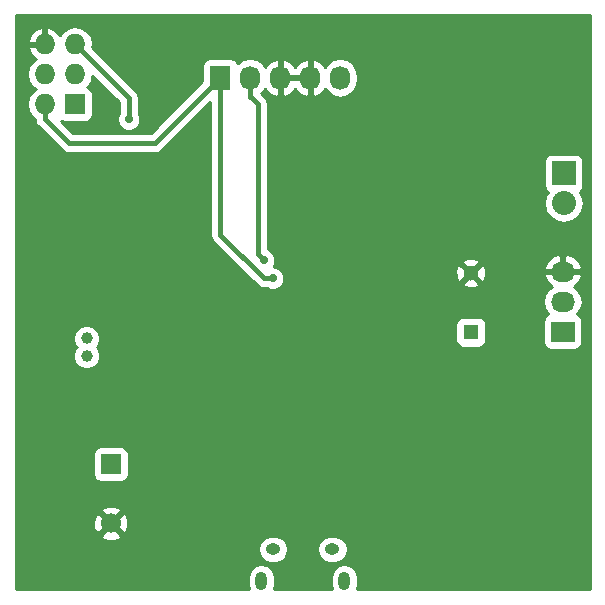
<source format=gbr>
G04 #@! TF.FileFunction,Copper,L2,Bot,Signal*
%FSLAX46Y46*%
G04 Gerber Fmt 4.6, Leading zero omitted, Abs format (unit mm)*
G04 Created by KiCad (PCBNEW 4.0.1-stable) date 02/05/2016 15:08:14*
%MOMM*%
G01*
G04 APERTURE LIST*
%ADD10C,0.100000*%
%ADD11C,1.700000*%
%ADD12R,1.700000X1.700000*%
%ADD13R,1.727200X2.032000*%
%ADD14O,1.727200X2.032000*%
%ADD15R,1.727200X1.727200*%
%ADD16O,1.727200X1.727200*%
%ADD17O,1.250000X0.950000*%
%ADD18O,1.000000X1.550000*%
%ADD19R,2.032000X1.727200*%
%ADD20O,2.032000X1.727200*%
%ADD21C,1.000760*%
%ADD22R,1.300000X1.300000*%
%ADD23C,1.300000*%
%ADD24R,2.032000X2.032000*%
%ADD25O,2.032000X2.032000*%
%ADD26C,0.700000*%
%ADD27C,0.450000*%
%ADD28C,0.254000*%
G04 APERTURE END LIST*
D10*
D11*
X108744000Y-123716000D03*
D12*
X108744000Y-118716000D03*
D13*
X118000000Y-86000000D03*
D14*
X120540000Y-86000000D03*
X123080000Y-86000000D03*
X125620000Y-86000000D03*
X128160000Y-86000000D03*
D15*
X105696000Y-88236000D03*
D16*
X103156000Y-88236000D03*
X105696000Y-85696000D03*
X103156000Y-85696000D03*
X105696000Y-83156000D03*
X103156000Y-83156000D03*
D17*
X122499100Y-125937460D03*
X127499100Y-125937460D03*
D18*
X121499100Y-128637460D03*
X128499100Y-128637460D03*
D19*
X147000000Y-107500000D03*
D20*
X147000000Y-104960000D03*
X147000000Y-102420000D03*
D21*
X106712000Y-109559300D03*
X106712000Y-108060700D03*
D22*
X139224000Y-107540000D03*
D23*
X139224000Y-102540000D03*
D24*
X147098000Y-94078000D03*
D25*
X147098000Y-96618000D03*
D26*
X122460000Y-102968000D03*
X121698000Y-101444000D03*
X127032000Y-124050000D03*
X125508000Y-124050000D03*
X126016000Y-127860000D03*
X123984000Y-127860000D03*
X101632000Y-108556000D03*
X125508000Y-101698000D03*
X118904000Y-112112000D03*
X115348000Y-100428000D03*
X110268000Y-89506000D03*
D27*
X118000000Y-99270000D02*
X118000000Y-86000000D01*
X121698000Y-102968000D02*
X118000000Y-99270000D01*
X122460000Y-102968000D02*
X121698000Y-102968000D01*
X104680000Y-91030000D02*
X105188000Y-91538000D01*
X105188000Y-91538000D02*
X107474000Y-91538000D01*
X103156000Y-89506000D02*
X103156000Y-88236000D01*
X103156000Y-89506000D02*
X104680000Y-91030000D01*
X118000000Y-86000000D02*
X112462000Y-91538000D01*
X112462000Y-91538000D02*
X107474000Y-91538000D01*
X120540000Y-86000000D02*
X120540000Y-87586000D01*
X121698000Y-101444000D02*
X121190000Y-100936000D01*
X121190000Y-100936000D02*
X121190000Y-88236000D01*
X121190000Y-88236000D02*
X120682000Y-87728000D01*
X120540000Y-87586000D02*
X120682000Y-87728000D01*
X123984000Y-127860000D02*
X126016000Y-127860000D01*
X110268000Y-87728000D02*
X105696000Y-83156000D01*
X110268000Y-89506000D02*
X110268000Y-87728000D01*
D28*
G36*
X149290000Y-129290000D02*
X129564497Y-129290000D01*
X129634100Y-128940084D01*
X129634100Y-128334836D01*
X129547703Y-127900490D01*
X129301666Y-127532270D01*
X128933446Y-127286233D01*
X128499100Y-127199836D01*
X128064754Y-127286233D01*
X127696534Y-127532270D01*
X127450497Y-127900490D01*
X127364100Y-128334836D01*
X127364100Y-128940084D01*
X127433703Y-129290000D01*
X122564497Y-129290000D01*
X122634100Y-128940084D01*
X122634100Y-128334836D01*
X122547703Y-127900490D01*
X122301666Y-127532270D01*
X121933446Y-127286233D01*
X121499100Y-127199836D01*
X121064754Y-127286233D01*
X120696534Y-127532270D01*
X120450497Y-127900490D01*
X120364100Y-128334836D01*
X120364100Y-128940084D01*
X120433703Y-129290000D01*
X100710000Y-129290000D01*
X100710000Y-125937460D01*
X121214415Y-125937460D01*
X121298909Y-126362239D01*
X121539526Y-126722349D01*
X121899636Y-126962966D01*
X122324415Y-127047460D01*
X122673785Y-127047460D01*
X123098564Y-126962966D01*
X123458674Y-126722349D01*
X123699291Y-126362239D01*
X123783785Y-125937460D01*
X126214415Y-125937460D01*
X126298909Y-126362239D01*
X126539526Y-126722349D01*
X126899636Y-126962966D01*
X127324415Y-127047460D01*
X127673785Y-127047460D01*
X128098564Y-126962966D01*
X128458674Y-126722349D01*
X128699291Y-126362239D01*
X128783785Y-125937460D01*
X128699291Y-125512681D01*
X128458674Y-125152571D01*
X128098564Y-124911954D01*
X127673785Y-124827460D01*
X127324415Y-124827460D01*
X126899636Y-124911954D01*
X126539526Y-125152571D01*
X126298909Y-125512681D01*
X126214415Y-125937460D01*
X123783785Y-125937460D01*
X123699291Y-125512681D01*
X123458674Y-125152571D01*
X123098564Y-124911954D01*
X122673785Y-124827460D01*
X122324415Y-124827460D01*
X121899636Y-124911954D01*
X121539526Y-125152571D01*
X121298909Y-125512681D01*
X121214415Y-125937460D01*
X100710000Y-125937460D01*
X100710000Y-124759958D01*
X107879647Y-124759958D01*
X107959920Y-125011259D01*
X108515279Y-125212718D01*
X109105458Y-125186315D01*
X109528080Y-125011259D01*
X109608353Y-124759958D01*
X108744000Y-123895605D01*
X107879647Y-124759958D01*
X100710000Y-124759958D01*
X100710000Y-123487279D01*
X107247282Y-123487279D01*
X107273685Y-124077458D01*
X107448741Y-124500080D01*
X107700042Y-124580353D01*
X108564395Y-123716000D01*
X108923605Y-123716000D01*
X109787958Y-124580353D01*
X110039259Y-124500080D01*
X110240718Y-123944721D01*
X110214315Y-123354542D01*
X110039259Y-122931920D01*
X109787958Y-122851647D01*
X108923605Y-123716000D01*
X108564395Y-123716000D01*
X107700042Y-122851647D01*
X107448741Y-122931920D01*
X107247282Y-123487279D01*
X100710000Y-123487279D01*
X100710000Y-122672042D01*
X107879647Y-122672042D01*
X108744000Y-123536395D01*
X109608353Y-122672042D01*
X109528080Y-122420741D01*
X108972721Y-122219282D01*
X108382542Y-122245685D01*
X107959920Y-122420741D01*
X107879647Y-122672042D01*
X100710000Y-122672042D01*
X100710000Y-117866000D01*
X107246560Y-117866000D01*
X107246560Y-119566000D01*
X107290838Y-119801317D01*
X107429910Y-120017441D01*
X107642110Y-120162431D01*
X107894000Y-120213440D01*
X109594000Y-120213440D01*
X109829317Y-120169162D01*
X110045441Y-120030090D01*
X110190431Y-119817890D01*
X110241440Y-119566000D01*
X110241440Y-117866000D01*
X110197162Y-117630683D01*
X110058090Y-117414559D01*
X109845890Y-117269569D01*
X109594000Y-117218560D01*
X107894000Y-117218560D01*
X107658683Y-117262838D01*
X107442559Y-117401910D01*
X107297569Y-117614110D01*
X107246560Y-117866000D01*
X100710000Y-117866000D01*
X100710000Y-108285550D01*
X105576424Y-108285550D01*
X105748911Y-108703001D01*
X105855630Y-108809906D01*
X105750033Y-108915319D01*
X105576818Y-109332468D01*
X105576424Y-109784150D01*
X105748911Y-110201601D01*
X106068019Y-110521267D01*
X106485168Y-110694482D01*
X106936850Y-110694876D01*
X107354301Y-110522389D01*
X107673967Y-110203281D01*
X107847182Y-109786132D01*
X107847576Y-109334450D01*
X107675089Y-108916999D01*
X107568370Y-108810094D01*
X107673967Y-108704681D01*
X107847182Y-108287532D01*
X107847576Y-107835850D01*
X107675089Y-107418399D01*
X107355981Y-107098733D01*
X106938832Y-106925518D01*
X106487150Y-106925124D01*
X106069699Y-107097611D01*
X105750033Y-107416719D01*
X105576818Y-107833868D01*
X105576424Y-108285550D01*
X100710000Y-108285550D01*
X100710000Y-106890000D01*
X137926560Y-106890000D01*
X137926560Y-108190000D01*
X137970838Y-108425317D01*
X138109910Y-108641441D01*
X138322110Y-108786431D01*
X138574000Y-108837440D01*
X139874000Y-108837440D01*
X140109317Y-108793162D01*
X140325441Y-108654090D01*
X140470431Y-108441890D01*
X140521440Y-108190000D01*
X140521440Y-106890000D01*
X140477162Y-106654683D01*
X140338090Y-106438559D01*
X140125890Y-106293569D01*
X139874000Y-106242560D01*
X138574000Y-106242560D01*
X138338683Y-106286838D01*
X138122559Y-106425910D01*
X137977569Y-106638110D01*
X137926560Y-106890000D01*
X100710000Y-106890000D01*
X100710000Y-104960000D01*
X145316655Y-104960000D01*
X145430729Y-105533489D01*
X145755585Y-106019670D01*
X145769913Y-106029243D01*
X145748683Y-106033238D01*
X145532559Y-106172310D01*
X145387569Y-106384510D01*
X145336560Y-106636400D01*
X145336560Y-108363600D01*
X145380838Y-108598917D01*
X145519910Y-108815041D01*
X145732110Y-108960031D01*
X145984000Y-109011040D01*
X148016000Y-109011040D01*
X148251317Y-108966762D01*
X148467441Y-108827690D01*
X148612431Y-108615490D01*
X148663440Y-108363600D01*
X148663440Y-106636400D01*
X148619162Y-106401083D01*
X148480090Y-106184959D01*
X148267890Y-106039969D01*
X148226561Y-106031600D01*
X148244415Y-106019670D01*
X148569271Y-105533489D01*
X148683345Y-104960000D01*
X148569271Y-104386511D01*
X148244415Y-103900330D01*
X147934931Y-103693539D01*
X148350732Y-103322036D01*
X148604709Y-102794791D01*
X148607358Y-102779026D01*
X148486217Y-102547000D01*
X147127000Y-102547000D01*
X147127000Y-102567000D01*
X146873000Y-102567000D01*
X146873000Y-102547000D01*
X145513783Y-102547000D01*
X145392642Y-102779026D01*
X145395291Y-102794791D01*
X145649268Y-103322036D01*
X146065069Y-103693539D01*
X145755585Y-103900330D01*
X145430729Y-104386511D01*
X145316655Y-104960000D01*
X100710000Y-104960000D01*
X100710000Y-85696000D01*
X101628041Y-85696000D01*
X101742115Y-86269489D01*
X102066971Y-86755670D01*
X102381752Y-86966000D01*
X102066971Y-87176330D01*
X101742115Y-87662511D01*
X101628041Y-88236000D01*
X101742115Y-88809489D01*
X102066971Y-89295670D01*
X102296000Y-89448702D01*
X102296000Y-89506000D01*
X102361464Y-89835108D01*
X102513889Y-90063229D01*
X102547888Y-90114112D01*
X104071888Y-91638112D01*
X104579886Y-92146109D01*
X104579888Y-92146112D01*
X104858892Y-92332536D01*
X105188000Y-92398000D01*
X112462000Y-92398000D01*
X112791108Y-92332536D01*
X113070112Y-92146112D01*
X117140000Y-88076224D01*
X117140000Y-99270000D01*
X117205464Y-99599108D01*
X117391888Y-99878112D01*
X121089888Y-103576112D01*
X121368892Y-103762536D01*
X121698000Y-103828000D01*
X121962592Y-103828000D01*
X122263212Y-103952828D01*
X122655069Y-103953170D01*
X123017229Y-103803529D01*
X123294555Y-103526686D01*
X123330958Y-103439016D01*
X138504590Y-103439016D01*
X138560271Y-103669611D01*
X139043078Y-103837622D01*
X139553428Y-103808083D01*
X139887729Y-103669611D01*
X139943410Y-103439016D01*
X139224000Y-102719605D01*
X138504590Y-103439016D01*
X123330958Y-103439016D01*
X123444828Y-103164788D01*
X123445170Y-102772931D01*
X123295529Y-102410771D01*
X123243927Y-102359078D01*
X137926378Y-102359078D01*
X137955917Y-102869428D01*
X138094389Y-103203729D01*
X138324984Y-103259410D01*
X139044395Y-102540000D01*
X139403605Y-102540000D01*
X140123016Y-103259410D01*
X140353611Y-103203729D01*
X140521622Y-102720922D01*
X140492083Y-102210572D01*
X140430118Y-102060974D01*
X145392642Y-102060974D01*
X145513783Y-102293000D01*
X146873000Y-102293000D01*
X146873000Y-101079076D01*
X147127000Y-101079076D01*
X147127000Y-102293000D01*
X148486217Y-102293000D01*
X148607358Y-102060974D01*
X148604709Y-102045209D01*
X148350732Y-101517964D01*
X147914320Y-101128046D01*
X147361913Y-100934816D01*
X147127000Y-101079076D01*
X146873000Y-101079076D01*
X146638087Y-100934816D01*
X146085680Y-101128046D01*
X145649268Y-101517964D01*
X145395291Y-102045209D01*
X145392642Y-102060974D01*
X140430118Y-102060974D01*
X140353611Y-101876271D01*
X140123016Y-101820590D01*
X139403605Y-102540000D01*
X139044395Y-102540000D01*
X138324984Y-101820590D01*
X138094389Y-101876271D01*
X137926378Y-102359078D01*
X123243927Y-102359078D01*
X123018686Y-102133445D01*
X122656788Y-101983172D01*
X122540700Y-101983071D01*
X122682746Y-101640984D01*
X138504590Y-101640984D01*
X139224000Y-102360395D01*
X139943410Y-101640984D01*
X139887729Y-101410389D01*
X139404922Y-101242378D01*
X138894572Y-101271917D01*
X138560271Y-101410389D01*
X138504590Y-101640984D01*
X122682746Y-101640984D01*
X122682828Y-101640788D01*
X122683170Y-101248931D01*
X122533529Y-100886771D01*
X122256686Y-100609445D01*
X122050000Y-100523622D01*
X122050000Y-96618000D01*
X145414655Y-96618000D01*
X145540330Y-97249810D01*
X145898222Y-97785433D01*
X146433845Y-98143325D01*
X147065655Y-98269000D01*
X147130345Y-98269000D01*
X147762155Y-98143325D01*
X148297778Y-97785433D01*
X148655670Y-97249810D01*
X148781345Y-96618000D01*
X148655670Y-95986190D01*
X148428501Y-95646208D01*
X148565441Y-95558090D01*
X148710431Y-95345890D01*
X148761440Y-95094000D01*
X148761440Y-93062000D01*
X148717162Y-92826683D01*
X148578090Y-92610559D01*
X148365890Y-92465569D01*
X148114000Y-92414560D01*
X146082000Y-92414560D01*
X145846683Y-92458838D01*
X145630559Y-92597910D01*
X145485569Y-92810110D01*
X145434560Y-93062000D01*
X145434560Y-95094000D01*
X145478838Y-95329317D01*
X145617910Y-95545441D01*
X145766837Y-95647198D01*
X145540330Y-95986190D01*
X145414655Y-96618000D01*
X122050000Y-96618000D01*
X122050000Y-88236000D01*
X121984536Y-87906892D01*
X121798112Y-87627888D01*
X121798109Y-87627886D01*
X121488752Y-87318528D01*
X121599670Y-87244415D01*
X121806461Y-86934931D01*
X122177964Y-87350732D01*
X122705209Y-87604709D01*
X122720974Y-87607358D01*
X122953000Y-87486217D01*
X122953000Y-86127000D01*
X123207000Y-86127000D01*
X123207000Y-87486217D01*
X123439026Y-87607358D01*
X123454791Y-87604709D01*
X123982036Y-87350732D01*
X124350000Y-86938892D01*
X124717964Y-87350732D01*
X125245209Y-87604709D01*
X125260974Y-87607358D01*
X125493000Y-87486217D01*
X125493000Y-86127000D01*
X123207000Y-86127000D01*
X122953000Y-86127000D01*
X122933000Y-86127000D01*
X122933000Y-85873000D01*
X122953000Y-85873000D01*
X122953000Y-84513783D01*
X123207000Y-84513783D01*
X123207000Y-85873000D01*
X125493000Y-85873000D01*
X125493000Y-84513783D01*
X125747000Y-84513783D01*
X125747000Y-85873000D01*
X125767000Y-85873000D01*
X125767000Y-86127000D01*
X125747000Y-86127000D01*
X125747000Y-87486217D01*
X125979026Y-87607358D01*
X125994791Y-87604709D01*
X126522036Y-87350732D01*
X126893539Y-86934931D01*
X127100330Y-87244415D01*
X127586511Y-87569271D01*
X128160000Y-87683345D01*
X128733489Y-87569271D01*
X129219670Y-87244415D01*
X129544526Y-86758234D01*
X129658600Y-86184745D01*
X129658600Y-85815255D01*
X129544526Y-85241766D01*
X129219670Y-84755585D01*
X128733489Y-84430729D01*
X128160000Y-84316655D01*
X127586511Y-84430729D01*
X127100330Y-84755585D01*
X126893539Y-85065069D01*
X126522036Y-84649268D01*
X125994791Y-84395291D01*
X125979026Y-84392642D01*
X125747000Y-84513783D01*
X125493000Y-84513783D01*
X125260974Y-84392642D01*
X125245209Y-84395291D01*
X124717964Y-84649268D01*
X124350000Y-85061108D01*
X123982036Y-84649268D01*
X123454791Y-84395291D01*
X123439026Y-84392642D01*
X123207000Y-84513783D01*
X122953000Y-84513783D01*
X122720974Y-84392642D01*
X122705209Y-84395291D01*
X122177964Y-84649268D01*
X121806461Y-85065069D01*
X121599670Y-84755585D01*
X121113489Y-84430729D01*
X120540000Y-84316655D01*
X119966511Y-84430729D01*
X119480330Y-84755585D01*
X119470757Y-84769913D01*
X119466762Y-84748683D01*
X119327690Y-84532559D01*
X119115490Y-84387569D01*
X118863600Y-84336560D01*
X117136400Y-84336560D01*
X116901083Y-84380838D01*
X116684959Y-84519910D01*
X116539969Y-84732110D01*
X116488960Y-84984000D01*
X116488960Y-86294816D01*
X112105776Y-90678000D01*
X105544223Y-90678000D01*
X105288112Y-90421888D01*
X104522874Y-89656650D01*
X104580510Y-89696031D01*
X104832400Y-89747040D01*
X106559600Y-89747040D01*
X106794917Y-89702762D01*
X107011041Y-89563690D01*
X107156031Y-89351490D01*
X107207040Y-89099600D01*
X107207040Y-87372400D01*
X107162762Y-87137083D01*
X107023690Y-86920959D01*
X106811490Y-86775969D01*
X106767869Y-86767136D01*
X106785029Y-86755670D01*
X107109885Y-86269489D01*
X107190083Y-85866307D01*
X109408000Y-88084224D01*
X109408000Y-89008592D01*
X109283172Y-89309212D01*
X109282830Y-89701069D01*
X109432471Y-90063229D01*
X109709314Y-90340555D01*
X110071212Y-90490828D01*
X110463069Y-90491170D01*
X110825229Y-90341529D01*
X111102555Y-90064686D01*
X111252828Y-89702788D01*
X111253170Y-89310931D01*
X111128000Y-89007996D01*
X111128000Y-87728000D01*
X111062536Y-87398892D01*
X110876112Y-87119888D01*
X107172239Y-83416015D01*
X107223959Y-83156000D01*
X107109885Y-82582511D01*
X106785029Y-82096330D01*
X106298848Y-81771474D01*
X105725359Y-81657400D01*
X105666641Y-81657400D01*
X105093152Y-81771474D01*
X104606971Y-82096330D01*
X104426008Y-82367161D01*
X104044490Y-81949179D01*
X103515027Y-81701032D01*
X103283000Y-81821531D01*
X103283000Y-83029000D01*
X103303000Y-83029000D01*
X103303000Y-83283000D01*
X103283000Y-83283000D01*
X103283000Y-83303000D01*
X103029000Y-83303000D01*
X103029000Y-83283000D01*
X101822183Y-83283000D01*
X101701042Y-83515026D01*
X101873312Y-83930947D01*
X102267510Y-84362821D01*
X102390228Y-84420336D01*
X102066971Y-84636330D01*
X101742115Y-85122511D01*
X101628041Y-85696000D01*
X100710000Y-85696000D01*
X100710000Y-82796974D01*
X101701042Y-82796974D01*
X101822183Y-83029000D01*
X103029000Y-83029000D01*
X103029000Y-81821531D01*
X102796973Y-81701032D01*
X102267510Y-81949179D01*
X101873312Y-82381053D01*
X101701042Y-82796974D01*
X100710000Y-82796974D01*
X100710000Y-80710000D01*
X149290000Y-80710000D01*
X149290000Y-129290000D01*
X149290000Y-129290000D01*
G37*
X149290000Y-129290000D02*
X129564497Y-129290000D01*
X129634100Y-128940084D01*
X129634100Y-128334836D01*
X129547703Y-127900490D01*
X129301666Y-127532270D01*
X128933446Y-127286233D01*
X128499100Y-127199836D01*
X128064754Y-127286233D01*
X127696534Y-127532270D01*
X127450497Y-127900490D01*
X127364100Y-128334836D01*
X127364100Y-128940084D01*
X127433703Y-129290000D01*
X122564497Y-129290000D01*
X122634100Y-128940084D01*
X122634100Y-128334836D01*
X122547703Y-127900490D01*
X122301666Y-127532270D01*
X121933446Y-127286233D01*
X121499100Y-127199836D01*
X121064754Y-127286233D01*
X120696534Y-127532270D01*
X120450497Y-127900490D01*
X120364100Y-128334836D01*
X120364100Y-128940084D01*
X120433703Y-129290000D01*
X100710000Y-129290000D01*
X100710000Y-125937460D01*
X121214415Y-125937460D01*
X121298909Y-126362239D01*
X121539526Y-126722349D01*
X121899636Y-126962966D01*
X122324415Y-127047460D01*
X122673785Y-127047460D01*
X123098564Y-126962966D01*
X123458674Y-126722349D01*
X123699291Y-126362239D01*
X123783785Y-125937460D01*
X126214415Y-125937460D01*
X126298909Y-126362239D01*
X126539526Y-126722349D01*
X126899636Y-126962966D01*
X127324415Y-127047460D01*
X127673785Y-127047460D01*
X128098564Y-126962966D01*
X128458674Y-126722349D01*
X128699291Y-126362239D01*
X128783785Y-125937460D01*
X128699291Y-125512681D01*
X128458674Y-125152571D01*
X128098564Y-124911954D01*
X127673785Y-124827460D01*
X127324415Y-124827460D01*
X126899636Y-124911954D01*
X126539526Y-125152571D01*
X126298909Y-125512681D01*
X126214415Y-125937460D01*
X123783785Y-125937460D01*
X123699291Y-125512681D01*
X123458674Y-125152571D01*
X123098564Y-124911954D01*
X122673785Y-124827460D01*
X122324415Y-124827460D01*
X121899636Y-124911954D01*
X121539526Y-125152571D01*
X121298909Y-125512681D01*
X121214415Y-125937460D01*
X100710000Y-125937460D01*
X100710000Y-124759958D01*
X107879647Y-124759958D01*
X107959920Y-125011259D01*
X108515279Y-125212718D01*
X109105458Y-125186315D01*
X109528080Y-125011259D01*
X109608353Y-124759958D01*
X108744000Y-123895605D01*
X107879647Y-124759958D01*
X100710000Y-124759958D01*
X100710000Y-123487279D01*
X107247282Y-123487279D01*
X107273685Y-124077458D01*
X107448741Y-124500080D01*
X107700042Y-124580353D01*
X108564395Y-123716000D01*
X108923605Y-123716000D01*
X109787958Y-124580353D01*
X110039259Y-124500080D01*
X110240718Y-123944721D01*
X110214315Y-123354542D01*
X110039259Y-122931920D01*
X109787958Y-122851647D01*
X108923605Y-123716000D01*
X108564395Y-123716000D01*
X107700042Y-122851647D01*
X107448741Y-122931920D01*
X107247282Y-123487279D01*
X100710000Y-123487279D01*
X100710000Y-122672042D01*
X107879647Y-122672042D01*
X108744000Y-123536395D01*
X109608353Y-122672042D01*
X109528080Y-122420741D01*
X108972721Y-122219282D01*
X108382542Y-122245685D01*
X107959920Y-122420741D01*
X107879647Y-122672042D01*
X100710000Y-122672042D01*
X100710000Y-117866000D01*
X107246560Y-117866000D01*
X107246560Y-119566000D01*
X107290838Y-119801317D01*
X107429910Y-120017441D01*
X107642110Y-120162431D01*
X107894000Y-120213440D01*
X109594000Y-120213440D01*
X109829317Y-120169162D01*
X110045441Y-120030090D01*
X110190431Y-119817890D01*
X110241440Y-119566000D01*
X110241440Y-117866000D01*
X110197162Y-117630683D01*
X110058090Y-117414559D01*
X109845890Y-117269569D01*
X109594000Y-117218560D01*
X107894000Y-117218560D01*
X107658683Y-117262838D01*
X107442559Y-117401910D01*
X107297569Y-117614110D01*
X107246560Y-117866000D01*
X100710000Y-117866000D01*
X100710000Y-108285550D01*
X105576424Y-108285550D01*
X105748911Y-108703001D01*
X105855630Y-108809906D01*
X105750033Y-108915319D01*
X105576818Y-109332468D01*
X105576424Y-109784150D01*
X105748911Y-110201601D01*
X106068019Y-110521267D01*
X106485168Y-110694482D01*
X106936850Y-110694876D01*
X107354301Y-110522389D01*
X107673967Y-110203281D01*
X107847182Y-109786132D01*
X107847576Y-109334450D01*
X107675089Y-108916999D01*
X107568370Y-108810094D01*
X107673967Y-108704681D01*
X107847182Y-108287532D01*
X107847576Y-107835850D01*
X107675089Y-107418399D01*
X107355981Y-107098733D01*
X106938832Y-106925518D01*
X106487150Y-106925124D01*
X106069699Y-107097611D01*
X105750033Y-107416719D01*
X105576818Y-107833868D01*
X105576424Y-108285550D01*
X100710000Y-108285550D01*
X100710000Y-106890000D01*
X137926560Y-106890000D01*
X137926560Y-108190000D01*
X137970838Y-108425317D01*
X138109910Y-108641441D01*
X138322110Y-108786431D01*
X138574000Y-108837440D01*
X139874000Y-108837440D01*
X140109317Y-108793162D01*
X140325441Y-108654090D01*
X140470431Y-108441890D01*
X140521440Y-108190000D01*
X140521440Y-106890000D01*
X140477162Y-106654683D01*
X140338090Y-106438559D01*
X140125890Y-106293569D01*
X139874000Y-106242560D01*
X138574000Y-106242560D01*
X138338683Y-106286838D01*
X138122559Y-106425910D01*
X137977569Y-106638110D01*
X137926560Y-106890000D01*
X100710000Y-106890000D01*
X100710000Y-104960000D01*
X145316655Y-104960000D01*
X145430729Y-105533489D01*
X145755585Y-106019670D01*
X145769913Y-106029243D01*
X145748683Y-106033238D01*
X145532559Y-106172310D01*
X145387569Y-106384510D01*
X145336560Y-106636400D01*
X145336560Y-108363600D01*
X145380838Y-108598917D01*
X145519910Y-108815041D01*
X145732110Y-108960031D01*
X145984000Y-109011040D01*
X148016000Y-109011040D01*
X148251317Y-108966762D01*
X148467441Y-108827690D01*
X148612431Y-108615490D01*
X148663440Y-108363600D01*
X148663440Y-106636400D01*
X148619162Y-106401083D01*
X148480090Y-106184959D01*
X148267890Y-106039969D01*
X148226561Y-106031600D01*
X148244415Y-106019670D01*
X148569271Y-105533489D01*
X148683345Y-104960000D01*
X148569271Y-104386511D01*
X148244415Y-103900330D01*
X147934931Y-103693539D01*
X148350732Y-103322036D01*
X148604709Y-102794791D01*
X148607358Y-102779026D01*
X148486217Y-102547000D01*
X147127000Y-102547000D01*
X147127000Y-102567000D01*
X146873000Y-102567000D01*
X146873000Y-102547000D01*
X145513783Y-102547000D01*
X145392642Y-102779026D01*
X145395291Y-102794791D01*
X145649268Y-103322036D01*
X146065069Y-103693539D01*
X145755585Y-103900330D01*
X145430729Y-104386511D01*
X145316655Y-104960000D01*
X100710000Y-104960000D01*
X100710000Y-85696000D01*
X101628041Y-85696000D01*
X101742115Y-86269489D01*
X102066971Y-86755670D01*
X102381752Y-86966000D01*
X102066971Y-87176330D01*
X101742115Y-87662511D01*
X101628041Y-88236000D01*
X101742115Y-88809489D01*
X102066971Y-89295670D01*
X102296000Y-89448702D01*
X102296000Y-89506000D01*
X102361464Y-89835108D01*
X102513889Y-90063229D01*
X102547888Y-90114112D01*
X104071888Y-91638112D01*
X104579886Y-92146109D01*
X104579888Y-92146112D01*
X104858892Y-92332536D01*
X105188000Y-92398000D01*
X112462000Y-92398000D01*
X112791108Y-92332536D01*
X113070112Y-92146112D01*
X117140000Y-88076224D01*
X117140000Y-99270000D01*
X117205464Y-99599108D01*
X117391888Y-99878112D01*
X121089888Y-103576112D01*
X121368892Y-103762536D01*
X121698000Y-103828000D01*
X121962592Y-103828000D01*
X122263212Y-103952828D01*
X122655069Y-103953170D01*
X123017229Y-103803529D01*
X123294555Y-103526686D01*
X123330958Y-103439016D01*
X138504590Y-103439016D01*
X138560271Y-103669611D01*
X139043078Y-103837622D01*
X139553428Y-103808083D01*
X139887729Y-103669611D01*
X139943410Y-103439016D01*
X139224000Y-102719605D01*
X138504590Y-103439016D01*
X123330958Y-103439016D01*
X123444828Y-103164788D01*
X123445170Y-102772931D01*
X123295529Y-102410771D01*
X123243927Y-102359078D01*
X137926378Y-102359078D01*
X137955917Y-102869428D01*
X138094389Y-103203729D01*
X138324984Y-103259410D01*
X139044395Y-102540000D01*
X139403605Y-102540000D01*
X140123016Y-103259410D01*
X140353611Y-103203729D01*
X140521622Y-102720922D01*
X140492083Y-102210572D01*
X140430118Y-102060974D01*
X145392642Y-102060974D01*
X145513783Y-102293000D01*
X146873000Y-102293000D01*
X146873000Y-101079076D01*
X147127000Y-101079076D01*
X147127000Y-102293000D01*
X148486217Y-102293000D01*
X148607358Y-102060974D01*
X148604709Y-102045209D01*
X148350732Y-101517964D01*
X147914320Y-101128046D01*
X147361913Y-100934816D01*
X147127000Y-101079076D01*
X146873000Y-101079076D01*
X146638087Y-100934816D01*
X146085680Y-101128046D01*
X145649268Y-101517964D01*
X145395291Y-102045209D01*
X145392642Y-102060974D01*
X140430118Y-102060974D01*
X140353611Y-101876271D01*
X140123016Y-101820590D01*
X139403605Y-102540000D01*
X139044395Y-102540000D01*
X138324984Y-101820590D01*
X138094389Y-101876271D01*
X137926378Y-102359078D01*
X123243927Y-102359078D01*
X123018686Y-102133445D01*
X122656788Y-101983172D01*
X122540700Y-101983071D01*
X122682746Y-101640984D01*
X138504590Y-101640984D01*
X139224000Y-102360395D01*
X139943410Y-101640984D01*
X139887729Y-101410389D01*
X139404922Y-101242378D01*
X138894572Y-101271917D01*
X138560271Y-101410389D01*
X138504590Y-101640984D01*
X122682746Y-101640984D01*
X122682828Y-101640788D01*
X122683170Y-101248931D01*
X122533529Y-100886771D01*
X122256686Y-100609445D01*
X122050000Y-100523622D01*
X122050000Y-96618000D01*
X145414655Y-96618000D01*
X145540330Y-97249810D01*
X145898222Y-97785433D01*
X146433845Y-98143325D01*
X147065655Y-98269000D01*
X147130345Y-98269000D01*
X147762155Y-98143325D01*
X148297778Y-97785433D01*
X148655670Y-97249810D01*
X148781345Y-96618000D01*
X148655670Y-95986190D01*
X148428501Y-95646208D01*
X148565441Y-95558090D01*
X148710431Y-95345890D01*
X148761440Y-95094000D01*
X148761440Y-93062000D01*
X148717162Y-92826683D01*
X148578090Y-92610559D01*
X148365890Y-92465569D01*
X148114000Y-92414560D01*
X146082000Y-92414560D01*
X145846683Y-92458838D01*
X145630559Y-92597910D01*
X145485569Y-92810110D01*
X145434560Y-93062000D01*
X145434560Y-95094000D01*
X145478838Y-95329317D01*
X145617910Y-95545441D01*
X145766837Y-95647198D01*
X145540330Y-95986190D01*
X145414655Y-96618000D01*
X122050000Y-96618000D01*
X122050000Y-88236000D01*
X121984536Y-87906892D01*
X121798112Y-87627888D01*
X121798109Y-87627886D01*
X121488752Y-87318528D01*
X121599670Y-87244415D01*
X121806461Y-86934931D01*
X122177964Y-87350732D01*
X122705209Y-87604709D01*
X122720974Y-87607358D01*
X122953000Y-87486217D01*
X122953000Y-86127000D01*
X123207000Y-86127000D01*
X123207000Y-87486217D01*
X123439026Y-87607358D01*
X123454791Y-87604709D01*
X123982036Y-87350732D01*
X124350000Y-86938892D01*
X124717964Y-87350732D01*
X125245209Y-87604709D01*
X125260974Y-87607358D01*
X125493000Y-87486217D01*
X125493000Y-86127000D01*
X123207000Y-86127000D01*
X122953000Y-86127000D01*
X122933000Y-86127000D01*
X122933000Y-85873000D01*
X122953000Y-85873000D01*
X122953000Y-84513783D01*
X123207000Y-84513783D01*
X123207000Y-85873000D01*
X125493000Y-85873000D01*
X125493000Y-84513783D01*
X125747000Y-84513783D01*
X125747000Y-85873000D01*
X125767000Y-85873000D01*
X125767000Y-86127000D01*
X125747000Y-86127000D01*
X125747000Y-87486217D01*
X125979026Y-87607358D01*
X125994791Y-87604709D01*
X126522036Y-87350732D01*
X126893539Y-86934931D01*
X127100330Y-87244415D01*
X127586511Y-87569271D01*
X128160000Y-87683345D01*
X128733489Y-87569271D01*
X129219670Y-87244415D01*
X129544526Y-86758234D01*
X129658600Y-86184745D01*
X129658600Y-85815255D01*
X129544526Y-85241766D01*
X129219670Y-84755585D01*
X128733489Y-84430729D01*
X128160000Y-84316655D01*
X127586511Y-84430729D01*
X127100330Y-84755585D01*
X126893539Y-85065069D01*
X126522036Y-84649268D01*
X125994791Y-84395291D01*
X125979026Y-84392642D01*
X125747000Y-84513783D01*
X125493000Y-84513783D01*
X125260974Y-84392642D01*
X125245209Y-84395291D01*
X124717964Y-84649268D01*
X124350000Y-85061108D01*
X123982036Y-84649268D01*
X123454791Y-84395291D01*
X123439026Y-84392642D01*
X123207000Y-84513783D01*
X122953000Y-84513783D01*
X122720974Y-84392642D01*
X122705209Y-84395291D01*
X122177964Y-84649268D01*
X121806461Y-85065069D01*
X121599670Y-84755585D01*
X121113489Y-84430729D01*
X120540000Y-84316655D01*
X119966511Y-84430729D01*
X119480330Y-84755585D01*
X119470757Y-84769913D01*
X119466762Y-84748683D01*
X119327690Y-84532559D01*
X119115490Y-84387569D01*
X118863600Y-84336560D01*
X117136400Y-84336560D01*
X116901083Y-84380838D01*
X116684959Y-84519910D01*
X116539969Y-84732110D01*
X116488960Y-84984000D01*
X116488960Y-86294816D01*
X112105776Y-90678000D01*
X105544223Y-90678000D01*
X105288112Y-90421888D01*
X104522874Y-89656650D01*
X104580510Y-89696031D01*
X104832400Y-89747040D01*
X106559600Y-89747040D01*
X106794917Y-89702762D01*
X107011041Y-89563690D01*
X107156031Y-89351490D01*
X107207040Y-89099600D01*
X107207040Y-87372400D01*
X107162762Y-87137083D01*
X107023690Y-86920959D01*
X106811490Y-86775969D01*
X106767869Y-86767136D01*
X106785029Y-86755670D01*
X107109885Y-86269489D01*
X107190083Y-85866307D01*
X109408000Y-88084224D01*
X109408000Y-89008592D01*
X109283172Y-89309212D01*
X109282830Y-89701069D01*
X109432471Y-90063229D01*
X109709314Y-90340555D01*
X110071212Y-90490828D01*
X110463069Y-90491170D01*
X110825229Y-90341529D01*
X111102555Y-90064686D01*
X111252828Y-89702788D01*
X111253170Y-89310931D01*
X111128000Y-89007996D01*
X111128000Y-87728000D01*
X111062536Y-87398892D01*
X110876112Y-87119888D01*
X107172239Y-83416015D01*
X107223959Y-83156000D01*
X107109885Y-82582511D01*
X106785029Y-82096330D01*
X106298848Y-81771474D01*
X105725359Y-81657400D01*
X105666641Y-81657400D01*
X105093152Y-81771474D01*
X104606971Y-82096330D01*
X104426008Y-82367161D01*
X104044490Y-81949179D01*
X103515027Y-81701032D01*
X103283000Y-81821531D01*
X103283000Y-83029000D01*
X103303000Y-83029000D01*
X103303000Y-83283000D01*
X103283000Y-83283000D01*
X103283000Y-83303000D01*
X103029000Y-83303000D01*
X103029000Y-83283000D01*
X101822183Y-83283000D01*
X101701042Y-83515026D01*
X101873312Y-83930947D01*
X102267510Y-84362821D01*
X102390228Y-84420336D01*
X102066971Y-84636330D01*
X101742115Y-85122511D01*
X101628041Y-85696000D01*
X100710000Y-85696000D01*
X100710000Y-82796974D01*
X101701042Y-82796974D01*
X101822183Y-83029000D01*
X103029000Y-83029000D01*
X103029000Y-81821531D01*
X102796973Y-81701032D01*
X102267510Y-81949179D01*
X101873312Y-82381053D01*
X101701042Y-82796974D01*
X100710000Y-82796974D01*
X100710000Y-80710000D01*
X149290000Y-80710000D01*
X149290000Y-129290000D01*
M02*

</source>
